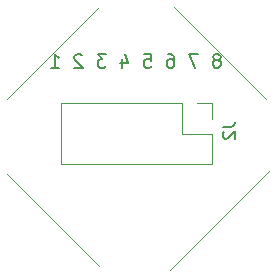
<source format=gbr>
%TF.GenerationSoftware,KiCad,Pcbnew,9.0.0*%
%TF.CreationDate,2025-06-23T16:23:01+09:00*%
%TF.ProjectId,pcb_connector_lan(outer),7063625f-636f-46e6-9e65-63746f725f6c,00*%
%TF.SameCoordinates,Original*%
%TF.FileFunction,Legend,Bot*%
%TF.FilePolarity,Positive*%
%FSLAX46Y46*%
G04 Gerber Fmt 4.6, Leading zero omitted, Abs format (unit mm)*
G04 Created by KiCad (PCBNEW 9.0.0) date 2025-06-23 16:23:01*
%MOMM*%
%LPD*%
G01*
G04 APERTURE LIST*
%ADD10C,0.100000*%
%ADD11C,0.150000*%
%ADD12C,0.120000*%
%ADD13R,1.350000X1.350000*%
%ADD14O,1.350000X1.350000*%
%ADD15R,1.700000X1.700000*%
%ADD16O,1.700000X1.700000*%
G04 APERTURE END LIST*
D10*
X60544144Y-77455836D02*
X69029416Y-68970564D01*
X60897697Y-55181997D02*
X68675863Y-62960163D01*
X46755577Y-69324117D02*
X54533743Y-77102283D01*
X46755577Y-62960163D02*
X54533743Y-55181997D01*
D11*
X64607363Y-59686549D02*
X64715934Y-59632263D01*
X64715934Y-59632263D02*
X64770220Y-59577977D01*
X64770220Y-59577977D02*
X64824506Y-59469406D01*
X64824506Y-59469406D02*
X64824506Y-59415120D01*
X64824506Y-59415120D02*
X64770220Y-59306549D01*
X64770220Y-59306549D02*
X64715934Y-59252263D01*
X64715934Y-59252263D02*
X64607363Y-59197977D01*
X64607363Y-59197977D02*
X64390220Y-59197977D01*
X64390220Y-59197977D02*
X64281649Y-59252263D01*
X64281649Y-59252263D02*
X64227363Y-59306549D01*
X64227363Y-59306549D02*
X64173077Y-59415120D01*
X64173077Y-59415120D02*
X64173077Y-59469406D01*
X64173077Y-59469406D02*
X64227363Y-59577977D01*
X64227363Y-59577977D02*
X64281649Y-59632263D01*
X64281649Y-59632263D02*
X64390220Y-59686549D01*
X64390220Y-59686549D02*
X64607363Y-59686549D01*
X64607363Y-59686549D02*
X64715934Y-59740834D01*
X64715934Y-59740834D02*
X64770220Y-59795120D01*
X64770220Y-59795120D02*
X64824506Y-59903692D01*
X64824506Y-59903692D02*
X64824506Y-60120834D01*
X64824506Y-60120834D02*
X64770220Y-60229406D01*
X64770220Y-60229406D02*
X64715934Y-60283692D01*
X64715934Y-60283692D02*
X64607363Y-60337977D01*
X64607363Y-60337977D02*
X64390220Y-60337977D01*
X64390220Y-60337977D02*
X64281649Y-60283692D01*
X64281649Y-60283692D02*
X64227363Y-60229406D01*
X64227363Y-60229406D02*
X64173077Y-60120834D01*
X64173077Y-60120834D02*
X64173077Y-59903692D01*
X64173077Y-59903692D02*
X64227363Y-59795120D01*
X64227363Y-59795120D02*
X64281649Y-59740834D01*
X64281649Y-59740834D02*
X64390220Y-59686549D01*
X62924506Y-59197977D02*
X62164506Y-59197977D01*
X62164506Y-59197977D02*
X62653078Y-60337977D01*
X60373079Y-59197977D02*
X60590221Y-59197977D01*
X60590221Y-59197977D02*
X60698793Y-59252263D01*
X60698793Y-59252263D02*
X60753079Y-59306549D01*
X60753079Y-59306549D02*
X60861650Y-59469406D01*
X60861650Y-59469406D02*
X60915936Y-59686549D01*
X60915936Y-59686549D02*
X60915936Y-60120834D01*
X60915936Y-60120834D02*
X60861650Y-60229406D01*
X60861650Y-60229406D02*
X60807364Y-60283692D01*
X60807364Y-60283692D02*
X60698793Y-60337977D01*
X60698793Y-60337977D02*
X60481650Y-60337977D01*
X60481650Y-60337977D02*
X60373079Y-60283692D01*
X60373079Y-60283692D02*
X60318793Y-60229406D01*
X60318793Y-60229406D02*
X60264507Y-60120834D01*
X60264507Y-60120834D02*
X60264507Y-59849406D01*
X60264507Y-59849406D02*
X60318793Y-59740834D01*
X60318793Y-59740834D02*
X60373079Y-59686549D01*
X60373079Y-59686549D02*
X60481650Y-59632263D01*
X60481650Y-59632263D02*
X60698793Y-59632263D01*
X60698793Y-59632263D02*
X60807364Y-59686549D01*
X60807364Y-59686549D02*
X60861650Y-59740834D01*
X60861650Y-59740834D02*
X60915936Y-59849406D01*
X58364508Y-59197977D02*
X58907365Y-59197977D01*
X58907365Y-59197977D02*
X58961651Y-59740834D01*
X58961651Y-59740834D02*
X58907365Y-59686549D01*
X58907365Y-59686549D02*
X58798794Y-59632263D01*
X58798794Y-59632263D02*
X58527365Y-59632263D01*
X58527365Y-59632263D02*
X58418794Y-59686549D01*
X58418794Y-59686549D02*
X58364508Y-59740834D01*
X58364508Y-59740834D02*
X58310222Y-59849406D01*
X58310222Y-59849406D02*
X58310222Y-60120834D01*
X58310222Y-60120834D02*
X58364508Y-60229406D01*
X58364508Y-60229406D02*
X58418794Y-60283692D01*
X58418794Y-60283692D02*
X58527365Y-60337977D01*
X58527365Y-60337977D02*
X58798794Y-60337977D01*
X58798794Y-60337977D02*
X58907365Y-60283692D01*
X58907365Y-60283692D02*
X58961651Y-60229406D01*
X56464509Y-59577977D02*
X56464509Y-60337977D01*
X56735937Y-59143692D02*
X57007366Y-59957977D01*
X57007366Y-59957977D02*
X56301651Y-59957977D01*
X55107366Y-59197977D02*
X54401652Y-59197977D01*
X54401652Y-59197977D02*
X54781652Y-59632263D01*
X54781652Y-59632263D02*
X54618795Y-59632263D01*
X54618795Y-59632263D02*
X54510224Y-59686549D01*
X54510224Y-59686549D02*
X54455938Y-59740834D01*
X54455938Y-59740834D02*
X54401652Y-59849406D01*
X54401652Y-59849406D02*
X54401652Y-60120834D01*
X54401652Y-60120834D02*
X54455938Y-60229406D01*
X54455938Y-60229406D02*
X54510224Y-60283692D01*
X54510224Y-60283692D02*
X54618795Y-60337977D01*
X54618795Y-60337977D02*
X54944509Y-60337977D01*
X54944509Y-60337977D02*
X55053081Y-60283692D01*
X55053081Y-60283692D02*
X55107366Y-60229406D01*
X53098796Y-59306549D02*
X53044510Y-59252263D01*
X53044510Y-59252263D02*
X52935939Y-59197977D01*
X52935939Y-59197977D02*
X52664510Y-59197977D01*
X52664510Y-59197977D02*
X52555939Y-59252263D01*
X52555939Y-59252263D02*
X52501653Y-59306549D01*
X52501653Y-59306549D02*
X52447367Y-59415120D01*
X52447367Y-59415120D02*
X52447367Y-59523692D01*
X52447367Y-59523692D02*
X52501653Y-59686549D01*
X52501653Y-59686549D02*
X53153081Y-60337977D01*
X53153081Y-60337977D02*
X52447367Y-60337977D01*
X50493082Y-60337977D02*
X51144511Y-60337977D01*
X50818796Y-60337977D02*
X50818796Y-59197977D01*
X50818796Y-59197977D02*
X50927368Y-59360834D01*
X50927368Y-59360834D02*
X51035939Y-59469406D01*
X51035939Y-59469406D02*
X51144511Y-59523692D01*
X65020539Y-65349465D02*
X65734824Y-65349465D01*
X65734824Y-65349465D02*
X65877681Y-65301846D01*
X65877681Y-65301846D02*
X65972920Y-65206608D01*
X65972920Y-65206608D02*
X66020539Y-65063751D01*
X66020539Y-65063751D02*
X66020539Y-64968513D01*
X65115777Y-65778037D02*
X65068158Y-65825656D01*
X65068158Y-65825656D02*
X65020539Y-65920894D01*
X65020539Y-65920894D02*
X65020539Y-66158989D01*
X65020539Y-66158989D02*
X65068158Y-66254227D01*
X65068158Y-66254227D02*
X65115777Y-66301846D01*
X65115777Y-66301846D02*
X65211015Y-66349465D01*
X65211015Y-66349465D02*
X65306253Y-66349465D01*
X65306253Y-66349465D02*
X65449110Y-66301846D01*
X65449110Y-66301846D02*
X66020539Y-65730418D01*
X66020539Y-65730418D02*
X66020539Y-66349465D01*
D12*
%TO.C,J2*%
X51305720Y-68532799D02*
X51305720Y-63332799D01*
X61525720Y-63332799D02*
X51305720Y-63332799D01*
X61525720Y-65932799D02*
X61525720Y-63332799D01*
X64125720Y-63332799D02*
X62795720Y-63332799D01*
X64125720Y-64662799D02*
X64125720Y-63332799D01*
X64125720Y-65932799D02*
X61525720Y-65932799D01*
X64125720Y-68532799D02*
X51305720Y-68532799D01*
X64125720Y-68532799D02*
X64125720Y-65932799D01*
%TD*%
%LPC*%
D13*
%TO.C,J1*%
X51005720Y-61412799D03*
D14*
X53005720Y-61412799D03*
X55005720Y-61412799D03*
X57005720Y-61412799D03*
X59005720Y-61412799D03*
X61005720Y-61412799D03*
X63005720Y-61412799D03*
X65005720Y-61412799D03*
%TD*%
D15*
%TO.C,J2*%
X62795720Y-64662799D03*
D16*
X62795720Y-67202799D03*
X60255720Y-64662799D03*
X60255720Y-67202799D03*
X57715720Y-64662799D03*
X57715720Y-67202799D03*
X55175720Y-64662799D03*
X55175720Y-67202799D03*
X52635720Y-64662799D03*
X52635720Y-67202799D03*
%TD*%
%LPD*%
M02*

</source>
